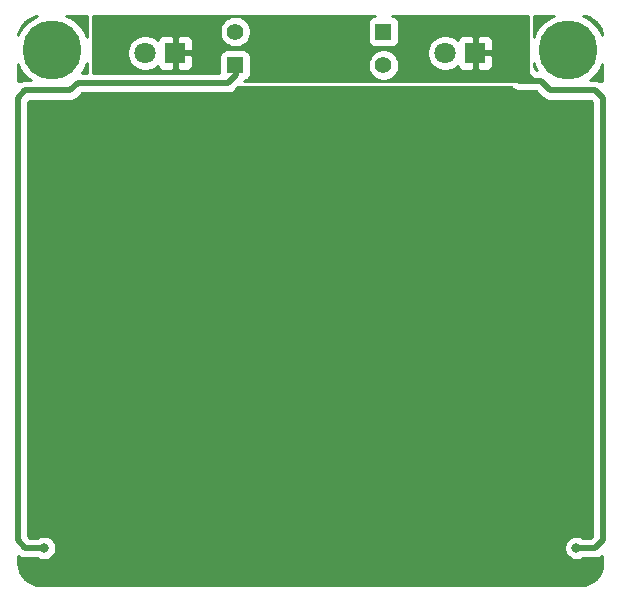
<source format=gbl>
G04 #@! TF.GenerationSoftware,KiCad,Pcbnew,(5.1.4)-1*
G04 #@! TF.CreationDate,2020-02-07T15:18:06-05:00*
G04 #@! TF.ProjectId,ledFlasherCircuit,6c656446-6c61-4736-9865-724369726375,rev?*
G04 #@! TF.SameCoordinates,Original*
G04 #@! TF.FileFunction,Copper,L2,Bot*
G04 #@! TF.FilePolarity,Positive*
%FSLAX46Y46*%
G04 Gerber Fmt 4.6, Leading zero omitted, Abs format (unit mm)*
G04 Created by KiCad (PCBNEW (5.1.4)-1) date 2020-02-07 15:18:06*
%MOMM*%
%LPD*%
G04 APERTURE LIST*
%ADD10R,1.392000X1.392000*%
%ADD11C,1.392000*%
%ADD12R,1.800000X1.800000*%
%ADD13C,1.800000*%
%ADD14C,5.000000*%
%ADD15C,0.800000*%
%ADD16C,0.250000*%
%ADD17C,0.500000*%
%ADD18C,0.254000*%
G04 APERTURE END LIST*
D10*
X134472700Y-42633900D03*
D11*
X121932700Y-42633900D03*
X134472680Y-45476160D03*
D10*
X121899680Y-45476160D03*
D12*
X142240000Y-44450000D03*
D13*
X139700000Y-44450000D03*
D12*
X116840000Y-44450000D03*
D13*
X114300000Y-44450000D03*
D14*
X106426000Y-44196000D03*
X150114000Y-44196000D03*
D15*
X150799800Y-86360000D03*
X105727500Y-86360000D03*
D16*
X144780000Y-44450000D02*
X144780000Y-45600000D01*
D17*
X144780000Y-45600000D02*
X145983000Y-46803000D01*
X147768000Y-46803000D02*
X148590000Y-47625000D01*
X148590000Y-47625000D02*
X152400000Y-47625000D01*
X152400000Y-47625000D02*
X153035000Y-48260000D01*
X147133000Y-46803000D02*
X146304000Y-45974000D01*
X145983000Y-46803000D02*
X147133000Y-46803000D01*
X147133000Y-46803000D02*
X147768000Y-46803000D01*
X152400000Y-86360000D02*
X153035000Y-85725000D01*
X151765000Y-86360000D02*
X152400000Y-86360000D01*
X153035000Y-48260000D02*
X153035000Y-85725000D01*
X150799800Y-86360000D02*
X152400000Y-86360000D01*
X107950000Y-47625000D02*
X108585000Y-46990000D01*
X108585000Y-46990000D02*
X121285000Y-46990000D01*
X104140000Y-47625000D02*
X107950000Y-47625000D01*
X121953000Y-46322000D02*
X121953000Y-45720000D01*
X121285000Y-46990000D02*
X121953000Y-46322000D01*
X103505000Y-48260000D02*
X104140000Y-47625000D01*
X104140000Y-86360000D02*
X103505000Y-85725000D01*
X103505000Y-85725000D02*
X103505000Y-48260000D01*
X105727500Y-86360000D02*
X104140000Y-86360000D01*
D18*
G36*
X133652218Y-41312088D02*
G01*
X133532520Y-41348398D01*
X133422206Y-41407363D01*
X133325515Y-41486715D01*
X133246163Y-41583406D01*
X133187198Y-41693720D01*
X133150888Y-41813418D01*
X133138628Y-41937900D01*
X133138628Y-43329900D01*
X133150888Y-43454382D01*
X133187198Y-43574080D01*
X133246163Y-43684394D01*
X133325515Y-43781085D01*
X133422206Y-43860437D01*
X133532520Y-43919402D01*
X133652218Y-43955712D01*
X133776700Y-43967972D01*
X135168700Y-43967972D01*
X135293182Y-43955712D01*
X135412880Y-43919402D01*
X135523194Y-43860437D01*
X135619885Y-43781085D01*
X135699237Y-43684394D01*
X135758202Y-43574080D01*
X135794512Y-43454382D01*
X135806772Y-43329900D01*
X135806772Y-41937900D01*
X135794512Y-41813418D01*
X135758202Y-41693720D01*
X135699237Y-41583406D01*
X135619885Y-41486715D01*
X135523194Y-41407363D01*
X135412880Y-41348398D01*
X135293182Y-41312088D01*
X135170446Y-41300000D01*
X146685000Y-41300000D01*
X146685000Y-46863000D01*
X122653887Y-46863000D01*
X122692411Y-46816059D01*
X122701074Y-46799852D01*
X122720162Y-46797972D01*
X122839860Y-46761662D01*
X122950174Y-46702697D01*
X123046865Y-46623345D01*
X123126217Y-46526654D01*
X123185182Y-46416340D01*
X123221492Y-46296642D01*
X123233752Y-46172160D01*
X123233752Y-45345068D01*
X133141680Y-45345068D01*
X133141680Y-45607252D01*
X133192830Y-45864398D01*
X133293163Y-46106625D01*
X133438825Y-46324623D01*
X133624217Y-46510015D01*
X133842215Y-46655677D01*
X134084442Y-46756010D01*
X134341588Y-46807160D01*
X134603772Y-46807160D01*
X134860918Y-46756010D01*
X135103145Y-46655677D01*
X135321143Y-46510015D01*
X135506535Y-46324623D01*
X135652197Y-46106625D01*
X135752530Y-45864398D01*
X135803680Y-45607252D01*
X135803680Y-45345068D01*
X135752530Y-45087922D01*
X135652197Y-44845695D01*
X135506535Y-44627697D01*
X135321143Y-44442305D01*
X135106398Y-44298816D01*
X138165000Y-44298816D01*
X138165000Y-44601184D01*
X138223989Y-44897743D01*
X138339701Y-45177095D01*
X138507688Y-45428505D01*
X138721495Y-45642312D01*
X138972905Y-45810299D01*
X139252257Y-45926011D01*
X139548816Y-45985000D01*
X139851184Y-45985000D01*
X140147743Y-45926011D01*
X140427095Y-45810299D01*
X140678505Y-45642312D01*
X140744944Y-45575873D01*
X140750498Y-45594180D01*
X140809463Y-45704494D01*
X140888815Y-45801185D01*
X140985506Y-45880537D01*
X141095820Y-45939502D01*
X141215518Y-45975812D01*
X141340000Y-45988072D01*
X141954250Y-45985000D01*
X142113000Y-45826250D01*
X142113000Y-44577000D01*
X142367000Y-44577000D01*
X142367000Y-45826250D01*
X142525750Y-45985000D01*
X143140000Y-45988072D01*
X143264482Y-45975812D01*
X143384180Y-45939502D01*
X143494494Y-45880537D01*
X143591185Y-45801185D01*
X143670537Y-45704494D01*
X143729502Y-45594180D01*
X143765812Y-45474482D01*
X143778072Y-45350000D01*
X143775000Y-44735750D01*
X143616250Y-44577000D01*
X142367000Y-44577000D01*
X142113000Y-44577000D01*
X142093000Y-44577000D01*
X142093000Y-44323000D01*
X142113000Y-44323000D01*
X142113000Y-43073750D01*
X142367000Y-43073750D01*
X142367000Y-44323000D01*
X143616250Y-44323000D01*
X143775000Y-44164250D01*
X143778072Y-43550000D01*
X143765812Y-43425518D01*
X143729502Y-43305820D01*
X143670537Y-43195506D01*
X143591185Y-43098815D01*
X143494494Y-43019463D01*
X143384180Y-42960498D01*
X143264482Y-42924188D01*
X143140000Y-42911928D01*
X142525750Y-42915000D01*
X142367000Y-43073750D01*
X142113000Y-43073750D01*
X141954250Y-42915000D01*
X141340000Y-42911928D01*
X141215518Y-42924188D01*
X141095820Y-42960498D01*
X140985506Y-43019463D01*
X140888815Y-43098815D01*
X140809463Y-43195506D01*
X140750498Y-43305820D01*
X140744944Y-43324127D01*
X140678505Y-43257688D01*
X140427095Y-43089701D01*
X140147743Y-42973989D01*
X139851184Y-42915000D01*
X139548816Y-42915000D01*
X139252257Y-42973989D01*
X138972905Y-43089701D01*
X138721495Y-43257688D01*
X138507688Y-43471495D01*
X138339701Y-43722905D01*
X138223989Y-44002257D01*
X138165000Y-44298816D01*
X135106398Y-44298816D01*
X135103145Y-44296643D01*
X134860918Y-44196310D01*
X134603772Y-44145160D01*
X134341588Y-44145160D01*
X134084442Y-44196310D01*
X133842215Y-44296643D01*
X133624217Y-44442305D01*
X133438825Y-44627697D01*
X133293163Y-44845695D01*
X133192830Y-45087922D01*
X133141680Y-45345068D01*
X123233752Y-45345068D01*
X123233752Y-44780160D01*
X123221492Y-44655678D01*
X123185182Y-44535980D01*
X123126217Y-44425666D01*
X123046865Y-44328975D01*
X122950174Y-44249623D01*
X122839860Y-44190658D01*
X122720162Y-44154348D01*
X122595680Y-44142088D01*
X121203680Y-44142088D01*
X121079198Y-44154348D01*
X120959500Y-44190658D01*
X120849186Y-44249623D01*
X120752495Y-44328975D01*
X120673143Y-44425666D01*
X120614178Y-44535980D01*
X120577868Y-44655678D01*
X120565608Y-44780160D01*
X120565608Y-46105000D01*
X109855000Y-46105000D01*
X109855000Y-44298816D01*
X112765000Y-44298816D01*
X112765000Y-44601184D01*
X112823989Y-44897743D01*
X112939701Y-45177095D01*
X113107688Y-45428505D01*
X113321495Y-45642312D01*
X113572905Y-45810299D01*
X113852257Y-45926011D01*
X114148816Y-45985000D01*
X114451184Y-45985000D01*
X114747743Y-45926011D01*
X115027095Y-45810299D01*
X115278505Y-45642312D01*
X115344944Y-45575873D01*
X115350498Y-45594180D01*
X115409463Y-45704494D01*
X115488815Y-45801185D01*
X115585506Y-45880537D01*
X115695820Y-45939502D01*
X115815518Y-45975812D01*
X115940000Y-45988072D01*
X116554250Y-45985000D01*
X116713000Y-45826250D01*
X116713000Y-44577000D01*
X116967000Y-44577000D01*
X116967000Y-45826250D01*
X117125750Y-45985000D01*
X117740000Y-45988072D01*
X117864482Y-45975812D01*
X117984180Y-45939502D01*
X118094494Y-45880537D01*
X118191185Y-45801185D01*
X118270537Y-45704494D01*
X118329502Y-45594180D01*
X118365812Y-45474482D01*
X118378072Y-45350000D01*
X118375000Y-44735750D01*
X118216250Y-44577000D01*
X116967000Y-44577000D01*
X116713000Y-44577000D01*
X116693000Y-44577000D01*
X116693000Y-44323000D01*
X116713000Y-44323000D01*
X116713000Y-43073750D01*
X116967000Y-43073750D01*
X116967000Y-44323000D01*
X118216250Y-44323000D01*
X118375000Y-44164250D01*
X118378072Y-43550000D01*
X118365812Y-43425518D01*
X118329502Y-43305820D01*
X118270537Y-43195506D01*
X118191185Y-43098815D01*
X118094494Y-43019463D01*
X117984180Y-42960498D01*
X117864482Y-42924188D01*
X117740000Y-42911928D01*
X117125750Y-42915000D01*
X116967000Y-43073750D01*
X116713000Y-43073750D01*
X116554250Y-42915000D01*
X115940000Y-42911928D01*
X115815518Y-42924188D01*
X115695820Y-42960498D01*
X115585506Y-43019463D01*
X115488815Y-43098815D01*
X115409463Y-43195506D01*
X115350498Y-43305820D01*
X115344944Y-43324127D01*
X115278505Y-43257688D01*
X115027095Y-43089701D01*
X114747743Y-42973989D01*
X114451184Y-42915000D01*
X114148816Y-42915000D01*
X113852257Y-42973989D01*
X113572905Y-43089701D01*
X113321495Y-43257688D01*
X113107688Y-43471495D01*
X112939701Y-43722905D01*
X112823989Y-44002257D01*
X112765000Y-44298816D01*
X109855000Y-44298816D01*
X109855000Y-42502808D01*
X120601700Y-42502808D01*
X120601700Y-42764992D01*
X120652850Y-43022138D01*
X120753183Y-43264365D01*
X120898845Y-43482363D01*
X121084237Y-43667755D01*
X121302235Y-43813417D01*
X121544462Y-43913750D01*
X121801608Y-43964900D01*
X122063792Y-43964900D01*
X122320938Y-43913750D01*
X122563165Y-43813417D01*
X122781163Y-43667755D01*
X122966555Y-43482363D01*
X123112217Y-43264365D01*
X123212550Y-43022138D01*
X123263700Y-42764992D01*
X123263700Y-42502808D01*
X123212550Y-42245662D01*
X123112217Y-42003435D01*
X122966555Y-41785437D01*
X122781163Y-41600045D01*
X122563165Y-41454383D01*
X122320938Y-41354050D01*
X122063792Y-41302900D01*
X121801608Y-41302900D01*
X121544462Y-41354050D01*
X121302235Y-41454383D01*
X121084237Y-41600045D01*
X120898845Y-41785437D01*
X120753183Y-42003435D01*
X120652850Y-42245662D01*
X120601700Y-42502808D01*
X109855000Y-42502808D01*
X109855000Y-41300000D01*
X133774954Y-41300000D01*
X133652218Y-41312088D01*
X133652218Y-41312088D01*
G37*
X133652218Y-41312088D02*
X133532520Y-41348398D01*
X133422206Y-41407363D01*
X133325515Y-41486715D01*
X133246163Y-41583406D01*
X133187198Y-41693720D01*
X133150888Y-41813418D01*
X133138628Y-41937900D01*
X133138628Y-43329900D01*
X133150888Y-43454382D01*
X133187198Y-43574080D01*
X133246163Y-43684394D01*
X133325515Y-43781085D01*
X133422206Y-43860437D01*
X133532520Y-43919402D01*
X133652218Y-43955712D01*
X133776700Y-43967972D01*
X135168700Y-43967972D01*
X135293182Y-43955712D01*
X135412880Y-43919402D01*
X135523194Y-43860437D01*
X135619885Y-43781085D01*
X135699237Y-43684394D01*
X135758202Y-43574080D01*
X135794512Y-43454382D01*
X135806772Y-43329900D01*
X135806772Y-41937900D01*
X135794512Y-41813418D01*
X135758202Y-41693720D01*
X135699237Y-41583406D01*
X135619885Y-41486715D01*
X135523194Y-41407363D01*
X135412880Y-41348398D01*
X135293182Y-41312088D01*
X135170446Y-41300000D01*
X146685000Y-41300000D01*
X146685000Y-46863000D01*
X122653887Y-46863000D01*
X122692411Y-46816059D01*
X122701074Y-46799852D01*
X122720162Y-46797972D01*
X122839860Y-46761662D01*
X122950174Y-46702697D01*
X123046865Y-46623345D01*
X123126217Y-46526654D01*
X123185182Y-46416340D01*
X123221492Y-46296642D01*
X123233752Y-46172160D01*
X123233752Y-45345068D01*
X133141680Y-45345068D01*
X133141680Y-45607252D01*
X133192830Y-45864398D01*
X133293163Y-46106625D01*
X133438825Y-46324623D01*
X133624217Y-46510015D01*
X133842215Y-46655677D01*
X134084442Y-46756010D01*
X134341588Y-46807160D01*
X134603772Y-46807160D01*
X134860918Y-46756010D01*
X135103145Y-46655677D01*
X135321143Y-46510015D01*
X135506535Y-46324623D01*
X135652197Y-46106625D01*
X135752530Y-45864398D01*
X135803680Y-45607252D01*
X135803680Y-45345068D01*
X135752530Y-45087922D01*
X135652197Y-44845695D01*
X135506535Y-44627697D01*
X135321143Y-44442305D01*
X135106398Y-44298816D01*
X138165000Y-44298816D01*
X138165000Y-44601184D01*
X138223989Y-44897743D01*
X138339701Y-45177095D01*
X138507688Y-45428505D01*
X138721495Y-45642312D01*
X138972905Y-45810299D01*
X139252257Y-45926011D01*
X139548816Y-45985000D01*
X139851184Y-45985000D01*
X140147743Y-45926011D01*
X140427095Y-45810299D01*
X140678505Y-45642312D01*
X140744944Y-45575873D01*
X140750498Y-45594180D01*
X140809463Y-45704494D01*
X140888815Y-45801185D01*
X140985506Y-45880537D01*
X141095820Y-45939502D01*
X141215518Y-45975812D01*
X141340000Y-45988072D01*
X141954250Y-45985000D01*
X142113000Y-45826250D01*
X142113000Y-44577000D01*
X142367000Y-44577000D01*
X142367000Y-45826250D01*
X142525750Y-45985000D01*
X143140000Y-45988072D01*
X143264482Y-45975812D01*
X143384180Y-45939502D01*
X143494494Y-45880537D01*
X143591185Y-45801185D01*
X143670537Y-45704494D01*
X143729502Y-45594180D01*
X143765812Y-45474482D01*
X143778072Y-45350000D01*
X143775000Y-44735750D01*
X143616250Y-44577000D01*
X142367000Y-44577000D01*
X142113000Y-44577000D01*
X142093000Y-44577000D01*
X142093000Y-44323000D01*
X142113000Y-44323000D01*
X142113000Y-43073750D01*
X142367000Y-43073750D01*
X142367000Y-44323000D01*
X143616250Y-44323000D01*
X143775000Y-44164250D01*
X143778072Y-43550000D01*
X143765812Y-43425518D01*
X143729502Y-43305820D01*
X143670537Y-43195506D01*
X143591185Y-43098815D01*
X143494494Y-43019463D01*
X143384180Y-42960498D01*
X143264482Y-42924188D01*
X143140000Y-42911928D01*
X142525750Y-42915000D01*
X142367000Y-43073750D01*
X142113000Y-43073750D01*
X141954250Y-42915000D01*
X141340000Y-42911928D01*
X141215518Y-42924188D01*
X141095820Y-42960498D01*
X140985506Y-43019463D01*
X140888815Y-43098815D01*
X140809463Y-43195506D01*
X140750498Y-43305820D01*
X140744944Y-43324127D01*
X140678505Y-43257688D01*
X140427095Y-43089701D01*
X140147743Y-42973989D01*
X139851184Y-42915000D01*
X139548816Y-42915000D01*
X139252257Y-42973989D01*
X138972905Y-43089701D01*
X138721495Y-43257688D01*
X138507688Y-43471495D01*
X138339701Y-43722905D01*
X138223989Y-44002257D01*
X138165000Y-44298816D01*
X135106398Y-44298816D01*
X135103145Y-44296643D01*
X134860918Y-44196310D01*
X134603772Y-44145160D01*
X134341588Y-44145160D01*
X134084442Y-44196310D01*
X133842215Y-44296643D01*
X133624217Y-44442305D01*
X133438825Y-44627697D01*
X133293163Y-44845695D01*
X133192830Y-45087922D01*
X133141680Y-45345068D01*
X123233752Y-45345068D01*
X123233752Y-44780160D01*
X123221492Y-44655678D01*
X123185182Y-44535980D01*
X123126217Y-44425666D01*
X123046865Y-44328975D01*
X122950174Y-44249623D01*
X122839860Y-44190658D01*
X122720162Y-44154348D01*
X122595680Y-44142088D01*
X121203680Y-44142088D01*
X121079198Y-44154348D01*
X120959500Y-44190658D01*
X120849186Y-44249623D01*
X120752495Y-44328975D01*
X120673143Y-44425666D01*
X120614178Y-44535980D01*
X120577868Y-44655678D01*
X120565608Y-44780160D01*
X120565608Y-46105000D01*
X109855000Y-46105000D01*
X109855000Y-44298816D01*
X112765000Y-44298816D01*
X112765000Y-44601184D01*
X112823989Y-44897743D01*
X112939701Y-45177095D01*
X113107688Y-45428505D01*
X113321495Y-45642312D01*
X113572905Y-45810299D01*
X113852257Y-45926011D01*
X114148816Y-45985000D01*
X114451184Y-45985000D01*
X114747743Y-45926011D01*
X115027095Y-45810299D01*
X115278505Y-45642312D01*
X115344944Y-45575873D01*
X115350498Y-45594180D01*
X115409463Y-45704494D01*
X115488815Y-45801185D01*
X115585506Y-45880537D01*
X115695820Y-45939502D01*
X115815518Y-45975812D01*
X115940000Y-45988072D01*
X116554250Y-45985000D01*
X116713000Y-45826250D01*
X116713000Y-44577000D01*
X116967000Y-44577000D01*
X116967000Y-45826250D01*
X117125750Y-45985000D01*
X117740000Y-45988072D01*
X117864482Y-45975812D01*
X117984180Y-45939502D01*
X118094494Y-45880537D01*
X118191185Y-45801185D01*
X118270537Y-45704494D01*
X118329502Y-45594180D01*
X118365812Y-45474482D01*
X118378072Y-45350000D01*
X118375000Y-44735750D01*
X118216250Y-44577000D01*
X116967000Y-44577000D01*
X116713000Y-44577000D01*
X116693000Y-44577000D01*
X116693000Y-44323000D01*
X116713000Y-44323000D01*
X116713000Y-43073750D01*
X116967000Y-43073750D01*
X116967000Y-44323000D01*
X118216250Y-44323000D01*
X118375000Y-44164250D01*
X118378072Y-43550000D01*
X118365812Y-43425518D01*
X118329502Y-43305820D01*
X118270537Y-43195506D01*
X118191185Y-43098815D01*
X118094494Y-43019463D01*
X117984180Y-42960498D01*
X117864482Y-42924188D01*
X117740000Y-42911928D01*
X117125750Y-42915000D01*
X116967000Y-43073750D01*
X116713000Y-43073750D01*
X116554250Y-42915000D01*
X115940000Y-42911928D01*
X115815518Y-42924188D01*
X115695820Y-42960498D01*
X115585506Y-43019463D01*
X115488815Y-43098815D01*
X115409463Y-43195506D01*
X115350498Y-43305820D01*
X115344944Y-43324127D01*
X115278505Y-43257688D01*
X115027095Y-43089701D01*
X114747743Y-42973989D01*
X114451184Y-42915000D01*
X114148816Y-42915000D01*
X113852257Y-42973989D01*
X113572905Y-43089701D01*
X113321495Y-43257688D01*
X113107688Y-43471495D01*
X112939701Y-43722905D01*
X112823989Y-44002257D01*
X112765000Y-44298816D01*
X109855000Y-44298816D01*
X109855000Y-42502808D01*
X120601700Y-42502808D01*
X120601700Y-42764992D01*
X120652850Y-43022138D01*
X120753183Y-43264365D01*
X120898845Y-43482363D01*
X121084237Y-43667755D01*
X121302235Y-43813417D01*
X121544462Y-43913750D01*
X121801608Y-43964900D01*
X122063792Y-43964900D01*
X122320938Y-43913750D01*
X122563165Y-43813417D01*
X122781163Y-43667755D01*
X122966555Y-43482363D01*
X123112217Y-43264365D01*
X123212550Y-43022138D01*
X123263700Y-42764992D01*
X123263700Y-42502808D01*
X123212550Y-42245662D01*
X123112217Y-42003435D01*
X122966555Y-41785437D01*
X122781163Y-41600045D01*
X122563165Y-41454383D01*
X122320938Y-41354050D01*
X122063792Y-41302900D01*
X121801608Y-41302900D01*
X121544462Y-41354050D01*
X121302235Y-41454383D01*
X121084237Y-41600045D01*
X120898845Y-41785437D01*
X120753183Y-42003435D01*
X120652850Y-42245662D01*
X120601700Y-42502808D01*
X109855000Y-42502808D01*
X109855000Y-41300000D01*
X133774954Y-41300000D01*
X133652218Y-41312088D01*
G36*
X145326470Y-47398049D02*
G01*
X145354183Y-47431817D01*
X145387951Y-47459530D01*
X145387953Y-47459532D01*
X145462351Y-47520589D01*
X145488941Y-47542411D01*
X145642687Y-47624589D01*
X145758903Y-47659843D01*
X145809509Y-47675195D01*
X145824306Y-47676652D01*
X145939523Y-47688000D01*
X145939531Y-47688000D01*
X145983000Y-47692281D01*
X146026469Y-47688000D01*
X147089533Y-47688000D01*
X147132999Y-47692281D01*
X147176466Y-47688000D01*
X147401422Y-47688000D01*
X147933468Y-48220047D01*
X147961183Y-48253817D01*
X147994951Y-48281530D01*
X147994953Y-48281532D01*
X148095941Y-48364411D01*
X148249686Y-48446589D01*
X148416510Y-48497195D01*
X148546523Y-48510000D01*
X148546531Y-48510000D01*
X148590000Y-48514281D01*
X148633469Y-48510000D01*
X152033422Y-48510000D01*
X152150000Y-48626579D01*
X152150001Y-85358420D01*
X152033422Y-85475000D01*
X151338254Y-85475000D01*
X151290056Y-85442795D01*
X151101698Y-85364774D01*
X150901739Y-85325000D01*
X150697861Y-85325000D01*
X150497902Y-85364774D01*
X150309544Y-85442795D01*
X150140026Y-85556063D01*
X149995863Y-85700226D01*
X149882595Y-85869744D01*
X149804574Y-86058102D01*
X149764800Y-86258061D01*
X149764800Y-86461939D01*
X149804574Y-86661898D01*
X149882595Y-86850256D01*
X149995863Y-87019774D01*
X150140026Y-87163937D01*
X150309544Y-87277205D01*
X150497902Y-87355226D01*
X150697861Y-87395000D01*
X150901739Y-87395000D01*
X151101698Y-87355226D01*
X151290056Y-87277205D01*
X151338254Y-87245000D01*
X152356531Y-87245000D01*
X152400000Y-87249281D01*
X152443469Y-87245000D01*
X152443477Y-87245000D01*
X152573490Y-87232195D01*
X152740313Y-87181589D01*
X152894059Y-87099411D01*
X153010001Y-87004259D01*
X153010001Y-87597711D01*
X152971091Y-87994545D01*
X152865220Y-88345206D01*
X152693257Y-88668623D01*
X152461748Y-88952482D01*
X152179514Y-89185965D01*
X151857304Y-89360184D01*
X151507385Y-89468502D01*
X151112557Y-89510000D01*
X105442279Y-89510000D01*
X105045455Y-89471091D01*
X104694794Y-89365220D01*
X104371377Y-89193257D01*
X104087518Y-88961748D01*
X103854035Y-88679514D01*
X103679816Y-88357304D01*
X103571498Y-88007385D01*
X103530000Y-87612557D01*
X103530000Y-87004260D01*
X103544951Y-87016530D01*
X103544953Y-87016532D01*
X103645941Y-87099411D01*
X103799686Y-87181589D01*
X103902772Y-87212860D01*
X103966510Y-87232195D01*
X104096523Y-87245000D01*
X104096531Y-87245000D01*
X104140000Y-87249281D01*
X104183469Y-87245000D01*
X105189046Y-87245000D01*
X105237244Y-87277205D01*
X105425602Y-87355226D01*
X105625561Y-87395000D01*
X105829439Y-87395000D01*
X106029398Y-87355226D01*
X106217756Y-87277205D01*
X106387274Y-87163937D01*
X106531437Y-87019774D01*
X106644705Y-86850256D01*
X106722726Y-86661898D01*
X106762500Y-86461939D01*
X106762500Y-86258061D01*
X106722726Y-86058102D01*
X106644705Y-85869744D01*
X106531437Y-85700226D01*
X106387274Y-85556063D01*
X106217756Y-85442795D01*
X106029398Y-85364774D01*
X105829439Y-85325000D01*
X105625561Y-85325000D01*
X105425602Y-85364774D01*
X105237244Y-85442795D01*
X105189046Y-85475000D01*
X104506579Y-85475000D01*
X104390000Y-85358422D01*
X104390000Y-48626578D01*
X104506579Y-48510000D01*
X107906531Y-48510000D01*
X107950000Y-48514281D01*
X107993469Y-48510000D01*
X107993477Y-48510000D01*
X108123490Y-48497195D01*
X108290313Y-48446589D01*
X108444059Y-48364411D01*
X108578817Y-48253817D01*
X108606534Y-48220044D01*
X108951579Y-47875000D01*
X121241531Y-47875000D01*
X121285000Y-47879281D01*
X121328469Y-47875000D01*
X121328477Y-47875000D01*
X121458490Y-47862195D01*
X121625313Y-47811589D01*
X121779059Y-47729411D01*
X121913817Y-47618817D01*
X121941534Y-47585044D01*
X122155578Y-47371000D01*
X145299421Y-47371000D01*
X145326470Y-47398049D01*
X145326470Y-47398049D01*
G37*
X145326470Y-47398049D02*
X145354183Y-47431817D01*
X145387951Y-47459530D01*
X145387953Y-47459532D01*
X145462351Y-47520589D01*
X145488941Y-47542411D01*
X145642687Y-47624589D01*
X145758903Y-47659843D01*
X145809509Y-47675195D01*
X145824306Y-47676652D01*
X145939523Y-47688000D01*
X145939531Y-47688000D01*
X145983000Y-47692281D01*
X146026469Y-47688000D01*
X147089533Y-47688000D01*
X147132999Y-47692281D01*
X147176466Y-47688000D01*
X147401422Y-47688000D01*
X147933468Y-48220047D01*
X147961183Y-48253817D01*
X147994951Y-48281530D01*
X147994953Y-48281532D01*
X148095941Y-48364411D01*
X148249686Y-48446589D01*
X148416510Y-48497195D01*
X148546523Y-48510000D01*
X148546531Y-48510000D01*
X148590000Y-48514281D01*
X148633469Y-48510000D01*
X152033422Y-48510000D01*
X152150000Y-48626579D01*
X152150001Y-85358420D01*
X152033422Y-85475000D01*
X151338254Y-85475000D01*
X151290056Y-85442795D01*
X151101698Y-85364774D01*
X150901739Y-85325000D01*
X150697861Y-85325000D01*
X150497902Y-85364774D01*
X150309544Y-85442795D01*
X150140026Y-85556063D01*
X149995863Y-85700226D01*
X149882595Y-85869744D01*
X149804574Y-86058102D01*
X149764800Y-86258061D01*
X149764800Y-86461939D01*
X149804574Y-86661898D01*
X149882595Y-86850256D01*
X149995863Y-87019774D01*
X150140026Y-87163937D01*
X150309544Y-87277205D01*
X150497902Y-87355226D01*
X150697861Y-87395000D01*
X150901739Y-87395000D01*
X151101698Y-87355226D01*
X151290056Y-87277205D01*
X151338254Y-87245000D01*
X152356531Y-87245000D01*
X152400000Y-87249281D01*
X152443469Y-87245000D01*
X152443477Y-87245000D01*
X152573490Y-87232195D01*
X152740313Y-87181589D01*
X152894059Y-87099411D01*
X153010001Y-87004259D01*
X153010001Y-87597711D01*
X152971091Y-87994545D01*
X152865220Y-88345206D01*
X152693257Y-88668623D01*
X152461748Y-88952482D01*
X152179514Y-89185965D01*
X151857304Y-89360184D01*
X151507385Y-89468502D01*
X151112557Y-89510000D01*
X105442279Y-89510000D01*
X105045455Y-89471091D01*
X104694794Y-89365220D01*
X104371377Y-89193257D01*
X104087518Y-88961748D01*
X103854035Y-88679514D01*
X103679816Y-88357304D01*
X103571498Y-88007385D01*
X103530000Y-87612557D01*
X103530000Y-87004260D01*
X103544951Y-87016530D01*
X103544953Y-87016532D01*
X103645941Y-87099411D01*
X103799686Y-87181589D01*
X103902772Y-87212860D01*
X103966510Y-87232195D01*
X104096523Y-87245000D01*
X104096531Y-87245000D01*
X104140000Y-87249281D01*
X104183469Y-87245000D01*
X105189046Y-87245000D01*
X105237244Y-87277205D01*
X105425602Y-87355226D01*
X105625561Y-87395000D01*
X105829439Y-87395000D01*
X106029398Y-87355226D01*
X106217756Y-87277205D01*
X106387274Y-87163937D01*
X106531437Y-87019774D01*
X106644705Y-86850256D01*
X106722726Y-86661898D01*
X106762500Y-86461939D01*
X106762500Y-86258061D01*
X106722726Y-86058102D01*
X106644705Y-85869744D01*
X106531437Y-85700226D01*
X106387274Y-85556063D01*
X106217756Y-85442795D01*
X106029398Y-85364774D01*
X105829439Y-85325000D01*
X105625561Y-85325000D01*
X105425602Y-85364774D01*
X105237244Y-85442795D01*
X105189046Y-85475000D01*
X104506579Y-85475000D01*
X104390000Y-85358422D01*
X104390000Y-48626578D01*
X104506579Y-48510000D01*
X107906531Y-48510000D01*
X107950000Y-48514281D01*
X107993469Y-48510000D01*
X107993477Y-48510000D01*
X108123490Y-48497195D01*
X108290313Y-48446589D01*
X108444059Y-48364411D01*
X108578817Y-48253817D01*
X108606534Y-48220044D01*
X108951579Y-47875000D01*
X121241531Y-47875000D01*
X121285000Y-47879281D01*
X121328469Y-47875000D01*
X121328477Y-47875000D01*
X121458490Y-47862195D01*
X121625313Y-47811589D01*
X121779059Y-47729411D01*
X121913817Y-47618817D01*
X121941534Y-47585044D01*
X122155578Y-47371000D01*
X145299421Y-47371000D01*
X145326470Y-47398049D01*
G36*
X103647799Y-45680979D02*
G01*
X103990886Y-46194446D01*
X104427554Y-46631114D01*
X104590514Y-46740000D01*
X104183469Y-46740000D01*
X104140000Y-46735719D01*
X104096531Y-46740000D01*
X104096523Y-46740000D01*
X103966510Y-46752805D01*
X103799686Y-46803411D01*
X103688202Y-46863000D01*
X103530000Y-46863000D01*
X103530000Y-45396588D01*
X103647799Y-45680979D01*
X103647799Y-45680979D01*
G37*
X103647799Y-45680979D02*
X103990886Y-46194446D01*
X104427554Y-46631114D01*
X104590514Y-46740000D01*
X104183469Y-46740000D01*
X104140000Y-46735719D01*
X104096531Y-46740000D01*
X104096523Y-46740000D01*
X103966510Y-46752805D01*
X103799686Y-46803411D01*
X103688202Y-46863000D01*
X103530000Y-46863000D01*
X103530000Y-45396588D01*
X103647799Y-45680979D01*
G36*
X109347000Y-46105000D02*
G01*
X108920880Y-46105000D01*
X109204201Y-45680979D01*
X109347000Y-45336232D01*
X109347000Y-46105000D01*
X109347000Y-46105000D01*
G37*
X109347000Y-46105000D02*
X108920880Y-46105000D01*
X109204201Y-45680979D01*
X109347000Y-45336232D01*
X109347000Y-46105000D01*
G36*
X109347000Y-43055768D02*
G01*
X109204201Y-42711021D01*
X108861114Y-42197554D01*
X108424446Y-41760886D01*
X107910979Y-41417799D01*
X107626588Y-41300000D01*
X109347000Y-41300000D01*
X109347000Y-43055768D01*
X109347000Y-43055768D01*
G37*
X109347000Y-43055768D02*
X109204201Y-42711021D01*
X108861114Y-42197554D01*
X108424446Y-41760886D01*
X107910979Y-41417799D01*
X107626588Y-41300000D01*
X109347000Y-41300000D01*
X109347000Y-43055768D01*
G36*
X104941021Y-41417799D02*
G01*
X104427554Y-41760886D01*
X103990886Y-42197554D01*
X103647799Y-42711021D01*
X103557859Y-42928156D01*
X103568909Y-42815455D01*
X103674780Y-42464792D01*
X103846744Y-42141375D01*
X104078254Y-41857516D01*
X104360486Y-41624035D01*
X104682695Y-41449817D01*
X105032614Y-41341498D01*
X105156718Y-41328454D01*
X104941021Y-41417799D01*
X104941021Y-41417799D01*
G37*
X104941021Y-41417799D02*
X104427554Y-41760886D01*
X103990886Y-42197554D01*
X103647799Y-42711021D01*
X103557859Y-42928156D01*
X103568909Y-42815455D01*
X103674780Y-42464792D01*
X103846744Y-42141375D01*
X104078254Y-41857516D01*
X104360486Y-41624035D01*
X104682695Y-41449817D01*
X105032614Y-41341498D01*
X105156718Y-41328454D01*
X104941021Y-41417799D01*
G36*
X153010000Y-46863000D02*
G01*
X152851797Y-46863000D01*
X152740313Y-46803411D01*
X152573490Y-46752805D01*
X152443477Y-46740000D01*
X152443469Y-46740000D01*
X152400000Y-46735719D01*
X152356531Y-46740000D01*
X151949486Y-46740000D01*
X152112446Y-46631114D01*
X152549114Y-46194446D01*
X152892201Y-45680979D01*
X153010000Y-45396588D01*
X153010000Y-46863000D01*
X153010000Y-46863000D01*
G37*
X153010000Y-46863000D02*
X152851797Y-46863000D01*
X152740313Y-46803411D01*
X152573490Y-46752805D01*
X152443477Y-46740000D01*
X152443469Y-46740000D01*
X152400000Y-46735719D01*
X152356531Y-46740000D01*
X151949486Y-46740000D01*
X152112446Y-46631114D01*
X152549114Y-46194446D01*
X152892201Y-45680979D01*
X153010000Y-45396588D01*
X153010000Y-46863000D01*
G36*
X147335799Y-45680979D02*
G01*
X147483282Y-45901703D01*
X147193000Y-45611421D01*
X147193000Y-45336232D01*
X147335799Y-45680979D01*
X147335799Y-45680979D01*
G37*
X147335799Y-45680979D02*
X147483282Y-45901703D01*
X147193000Y-45611421D01*
X147193000Y-45336232D01*
X147335799Y-45680979D01*
G36*
X148629021Y-41417799D02*
G01*
X148115554Y-41760886D01*
X147678886Y-42197554D01*
X147335799Y-42711021D01*
X147193000Y-43055768D01*
X147193000Y-41300000D01*
X148913412Y-41300000D01*
X148629021Y-41417799D01*
X148629021Y-41417799D01*
G37*
X148629021Y-41417799D02*
X148115554Y-41760886D01*
X147678886Y-42197554D01*
X147335799Y-42711021D01*
X147193000Y-43055768D01*
X147193000Y-41300000D01*
X148913412Y-41300000D01*
X148629021Y-41417799D01*
G36*
X151494545Y-41338909D02*
G01*
X151845208Y-41444780D01*
X152168625Y-41616744D01*
X152452484Y-41848254D01*
X152685965Y-42130486D01*
X152860183Y-42452695D01*
X152968502Y-42802614D01*
X152981546Y-42926718D01*
X152892201Y-42711021D01*
X152549114Y-42197554D01*
X152112446Y-41760886D01*
X151598979Y-41417799D01*
X151381844Y-41327859D01*
X151494545Y-41338909D01*
X151494545Y-41338909D01*
G37*
X151494545Y-41338909D02*
X151845208Y-41444780D01*
X152168625Y-41616744D01*
X152452484Y-41848254D01*
X152685965Y-42130486D01*
X152860183Y-42452695D01*
X152968502Y-42802614D01*
X152981546Y-42926718D01*
X152892201Y-42711021D01*
X152549114Y-42197554D01*
X152112446Y-41760886D01*
X151598979Y-41417799D01*
X151381844Y-41327859D01*
X151494545Y-41338909D01*
M02*

</source>
